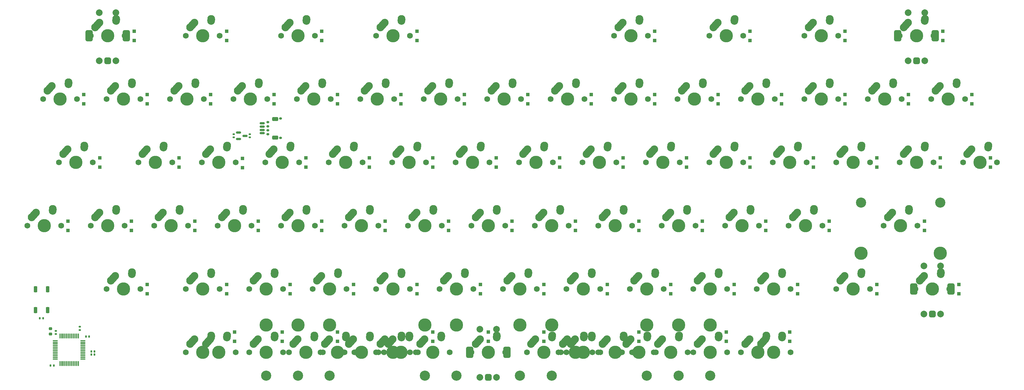
<source format=gbr>
%TF.GenerationSoftware,KiCad,Pcbnew,(7.0.0)*%
%TF.CreationDate,2024-01-04T19:15:55+01:00*%
%TF.ProjectId,HP 2621,48502032-3632-4312-9e6b-696361645f70,rev?*%
%TF.SameCoordinates,Original*%
%TF.FileFunction,Soldermask,Bot*%
%TF.FilePolarity,Negative*%
%FSLAX46Y46*%
G04 Gerber Fmt 4.6, Leading zero omitted, Abs format (unit mm)*
G04 Created by KiCad (PCBNEW (7.0.0)) date 2024-01-04 19:15:55*
%MOMM*%
%LPD*%
G01*
G04 APERTURE LIST*
G04 Aperture macros list*
%AMRoundRect*
0 Rectangle with rounded corners*
0 $1 Rounding radius*
0 $2 $3 $4 $5 $6 $7 $8 $9 X,Y pos of 4 corners*
0 Add a 4 corners polygon primitive as box body*
4,1,4,$2,$3,$4,$5,$6,$7,$8,$9,$2,$3,0*
0 Add four circle primitives for the rounded corners*
1,1,$1+$1,$2,$3*
1,1,$1+$1,$4,$5*
1,1,$1+$1,$6,$7*
1,1,$1+$1,$8,$9*
0 Add four rect primitives between the rounded corners*
20,1,$1+$1,$2,$3,$4,$5,0*
20,1,$1+$1,$4,$5,$6,$7,0*
20,1,$1+$1,$6,$7,$8,$9,0*
20,1,$1+$1,$8,$9,$2,$3,0*%
%AMHorizOval*
0 Thick line with rounded ends*
0 $1 width*
0 $2 $3 position (X,Y) of the first rounded end (center of the circle)*
0 $4 $5 position (X,Y) of the second rounded end (center of the circle)*
0 Add line between two ends*
20,1,$1,$2,$3,$4,$5,0*
0 Add two circle primitives to create the rounded ends*
1,1,$1,$2,$3*
1,1,$1,$4,$5*%
G04 Aperture macros list end*
%ADD10C,1.750000*%
%ADD11C,3.987800*%
%ADD12C,2.300000*%
%ADD13HorizOval,2.300000X-0.655144X-0.730170X0.655144X0.730170X0*%
%ADD14HorizOval,2.300000X0.019758X0.289827X-0.019758X-0.289827X0*%
%ADD15C,3.048000*%
%ADD16C,2.000000*%
%ADD17RoundRect,0.500000X0.500000X-0.500000X0.500000X0.500000X-0.500000X0.500000X-0.500000X-0.500000X0*%
%ADD18RoundRect,0.550000X0.550000X-1.150000X0.550000X1.150000X-0.550000X1.150000X-0.550000X-1.150000X0*%
%ADD19RoundRect,0.150000X-0.625000X0.150000X-0.625000X-0.150000X0.625000X-0.150000X0.625000X0.150000X0*%
%ADD20RoundRect,0.250000X-0.650000X0.350000X-0.650000X-0.350000X0.650000X-0.350000X0.650000X0.350000X0*%
%ADD21RoundRect,0.250000X0.300000X-0.300000X0.300000X0.300000X-0.300000X0.300000X-0.300000X-0.300000X0*%
%ADD22RoundRect,0.075000X0.662500X0.075000X-0.662500X0.075000X-0.662500X-0.075000X0.662500X-0.075000X0*%
%ADD23RoundRect,0.075000X0.075000X0.662500X-0.075000X0.662500X-0.075000X-0.662500X0.075000X-0.662500X0*%
%ADD24RoundRect,0.140000X0.170000X-0.140000X0.170000X0.140000X-0.170000X0.140000X-0.170000X-0.140000X0*%
%ADD25RoundRect,0.140000X-0.140000X-0.170000X0.140000X-0.170000X0.140000X0.170000X-0.140000X0.170000X0*%
%ADD26RoundRect,0.250000X-0.300000X0.300000X-0.300000X-0.300000X0.300000X-0.300000X0.300000X0.300000X0*%
%ADD27RoundRect,0.140000X0.140000X0.170000X-0.140000X0.170000X-0.140000X-0.170000X0.140000X-0.170000X0*%
%ADD28RoundRect,0.140000X-0.170000X0.140000X-0.170000X-0.140000X0.170000X-0.140000X0.170000X0.140000X0*%
%ADD29RoundRect,0.275000X0.275000X-0.625000X0.275000X0.625000X-0.275000X0.625000X-0.275000X-0.625000X0*%
%ADD30RoundRect,0.150000X-0.587500X-0.150000X0.587500X-0.150000X0.587500X0.150000X-0.587500X0.150000X0*%
%ADD31RoundRect,0.225000X0.250000X-0.225000X0.250000X0.225000X-0.250000X0.225000X-0.250000X-0.225000X0*%
%ADD32RoundRect,0.150000X-0.275000X0.150000X-0.275000X-0.150000X0.275000X-0.150000X0.275000X0.150000X0*%
%ADD33RoundRect,0.175000X-0.225000X0.175000X-0.225000X-0.175000X0.225000X-0.175000X0.225000X0.175000X0*%
%ADD34RoundRect,0.135000X-0.135000X-0.185000X0.135000X-0.185000X0.135000X0.185000X-0.135000X0.185000X0*%
G04 APERTURE END LIST*
D10*
%TO.C,MX66*%
X59213750Y-120650000D03*
D11*
X64293750Y-120650000D03*
D10*
X69373750Y-120650000D03*
D12*
X60483750Y-118110000D03*
D13*
X61138605Y-117380169D03*
D14*
X66813507Y-115860172D03*
D12*
X66833750Y-115570000D03*
%TD*%
D10*
%TO.C,MX6*%
X216376250Y-25400000D03*
D11*
X221456250Y-25400000D03*
D10*
X226536250Y-25400000D03*
D12*
X217646250Y-22860000D03*
D13*
X218301105Y-22130169D03*
D14*
X223976007Y-20610172D03*
D12*
X223996250Y-20320000D03*
%TD*%
D10*
%TO.C,MX35*%
X235426250Y-63500000D03*
D11*
X240506250Y-63500000D03*
D10*
X245586250Y-63500000D03*
D12*
X236696250Y-60960000D03*
D13*
X237351105Y-60230169D03*
D14*
X243026007Y-58710172D03*
D12*
X243046250Y-58420000D03*
%TD*%
D10*
%TO.C,MX19*%
X206851250Y-44450000D03*
D11*
X211931250Y-44450000D03*
D10*
X217011250Y-44450000D03*
D12*
X208121250Y-41910000D03*
D13*
X208776105Y-41180169D03*
D14*
X214451007Y-39660172D03*
D12*
X214471250Y-39370000D03*
%TD*%
D10*
%TO.C,MX81*%
X116363750Y-120650000D03*
D11*
X121443750Y-120650000D03*
D10*
X126523750Y-120650000D03*
D12*
X117633750Y-118110000D03*
D13*
X118288605Y-117380169D03*
D14*
X123963507Y-115860172D03*
D12*
X123983750Y-115570000D03*
%TD*%
D10*
%TO.C,MX47*%
X163988750Y-82550000D03*
D11*
X169068750Y-82550000D03*
D10*
X174148750Y-82550000D03*
D12*
X165258750Y-80010000D03*
D13*
X165913605Y-79280169D03*
D14*
X171588507Y-77760172D03*
D12*
X171608750Y-77470000D03*
%TD*%
D10*
%TO.C,MX37*%
X273526250Y-63500000D03*
D11*
X278606250Y-63500000D03*
D10*
X283686250Y-63500000D03*
D12*
X274796250Y-60960000D03*
D13*
X275451105Y-60230169D03*
D14*
X281126007Y-58710172D03*
D12*
X281146250Y-58420000D03*
%TD*%
D10*
%TO.C,MX73*%
X211613750Y-120650000D03*
D11*
X216693750Y-120650000D03*
D10*
X221773750Y-120650000D03*
D12*
X212883750Y-118110000D03*
D13*
X213538605Y-117380169D03*
D14*
X219213507Y-115860172D03*
D12*
X219233750Y-115570000D03*
%TD*%
D10*
%TO.C,MX5*%
X187801250Y-25400000D03*
D11*
X192881250Y-25400000D03*
D10*
X197961250Y-25400000D03*
D12*
X189071250Y-22860000D03*
D13*
X189726105Y-22130169D03*
D14*
X195401007Y-20610172D03*
D12*
X195421250Y-20320000D03*
%TD*%
D10*
%TO.C,MX28*%
X102076250Y-63500000D03*
D11*
X107156250Y-63500000D03*
D10*
X112236250Y-63500000D03*
D12*
X103346250Y-60960000D03*
D13*
X104001105Y-60230169D03*
D14*
X109676007Y-58710172D03*
D12*
X109696250Y-58420000D03*
%TD*%
D10*
%TO.C,MX75*%
X63976250Y-120650000D03*
D11*
X69056250Y-120650000D03*
D10*
X74136250Y-120650000D03*
D12*
X65246250Y-118110000D03*
D13*
X65901105Y-117380169D03*
D14*
X71576007Y-115860172D03*
D12*
X71596250Y-115570000D03*
%TD*%
D10*
%TO.C,MX33*%
X197326250Y-63500000D03*
D11*
X202406250Y-63500000D03*
D10*
X207486250Y-63500000D03*
D12*
X198596250Y-60960000D03*
D13*
X199251105Y-60230169D03*
D14*
X204926007Y-58710172D03*
D12*
X204946250Y-58420000D03*
%TD*%
D10*
%TO.C,MX49*%
X202088750Y-82550000D03*
D11*
X207168750Y-82550000D03*
D10*
X212248750Y-82550000D03*
D12*
X203358750Y-80010000D03*
D13*
X204013605Y-79280169D03*
D14*
X209688507Y-77760172D03*
D12*
X209708750Y-77470000D03*
%TD*%
D10*
%TO.C,MX34*%
X216376250Y-63500000D03*
D11*
X221456250Y-63500000D03*
D10*
X226536250Y-63500000D03*
D12*
X217646250Y-60960000D03*
D13*
X218301105Y-60230169D03*
D14*
X223976007Y-58710172D03*
D12*
X223996250Y-58420000D03*
%TD*%
D15*
%TO.C,S5*%
X140493750Y-127635000D03*
D11*
X140493750Y-112395000D03*
D15*
X102393750Y-127635000D03*
D11*
X102393750Y-112395000D03*
%TD*%
D10*
%TO.C,MX65*%
X278288750Y-101600000D03*
D11*
X283368750Y-101600000D03*
D10*
X288448750Y-101600000D03*
D12*
X279558750Y-99060000D03*
D13*
X280213605Y-98330169D03*
D14*
X285888507Y-96810172D03*
D12*
X285908750Y-96520000D03*
%TD*%
D15*
%TO.C,S6*%
X197643750Y-127635000D03*
D11*
X197643750Y-112395000D03*
D15*
X159543750Y-127635000D03*
D11*
X159543750Y-112395000D03*
%TD*%
D10*
%TO.C,MX50*%
X221138750Y-82550000D03*
D11*
X226218750Y-82550000D03*
D10*
X231298750Y-82550000D03*
D12*
X222408750Y-80010000D03*
D13*
X223063605Y-79280169D03*
D14*
X228738507Y-77760172D03*
D12*
X228758750Y-77470000D03*
%TD*%
D10*
%TO.C,MX56*%
X97313750Y-101600000D03*
D11*
X102393750Y-101600000D03*
D10*
X107473750Y-101600000D03*
D12*
X98583750Y-99060000D03*
D13*
X99238605Y-98330169D03*
D14*
X104913507Y-96810172D03*
D12*
X104933750Y-96520000D03*
%TD*%
D10*
%TO.C,MX38*%
X292576250Y-63500000D03*
D11*
X297656250Y-63500000D03*
D10*
X302736250Y-63500000D03*
D12*
X293846250Y-60960000D03*
D13*
X294501105Y-60230169D03*
D14*
X300176007Y-58710172D03*
D12*
X300196250Y-58420000D03*
%TD*%
D10*
%TO.C,MX4*%
X116363750Y-25400000D03*
D11*
X121443750Y-25400000D03*
D10*
X126523750Y-25400000D03*
D12*
X117633750Y-22860000D03*
D13*
X118288605Y-22130169D03*
D14*
X123963507Y-20610172D03*
D12*
X123983750Y-20320000D03*
%TD*%
D10*
%TO.C,MX72*%
X190182500Y-120650000D03*
D11*
X195262500Y-120650000D03*
D10*
X200342500Y-120650000D03*
D12*
X191452500Y-118110000D03*
D13*
X192107355Y-117380169D03*
D14*
X197782257Y-115860172D03*
D12*
X197802500Y-115570000D03*
%TD*%
D10*
%TO.C,MX63*%
X230663750Y-101600000D03*
D11*
X235743750Y-101600000D03*
D10*
X240823750Y-101600000D03*
D12*
X231933750Y-99060000D03*
D13*
X232588605Y-98330169D03*
D14*
X238263507Y-96810172D03*
D12*
X238283750Y-96520000D03*
%TD*%
D10*
%TO.C,MX64*%
X254476250Y-101600000D03*
D11*
X259556250Y-101600000D03*
D10*
X264636250Y-101600000D03*
D12*
X255746250Y-99060000D03*
D13*
X256401105Y-98330169D03*
D14*
X262076007Y-96810172D03*
D12*
X262096250Y-96520000D03*
%TD*%
D10*
%TO.C,MX57*%
X116363750Y-101600000D03*
D11*
X121443750Y-101600000D03*
D10*
X126523750Y-101600000D03*
D12*
X117633750Y-99060000D03*
D13*
X118288605Y-98330169D03*
D14*
X123963507Y-96810172D03*
D12*
X123983750Y-96520000D03*
%TD*%
D10*
%TO.C,MX44*%
X106838750Y-82550000D03*
D11*
X111918750Y-82550000D03*
D10*
X116998750Y-82550000D03*
D12*
X108108750Y-80010000D03*
D13*
X108763605Y-79280169D03*
D14*
X114438507Y-77760172D03*
D12*
X114458750Y-77470000D03*
%TD*%
D10*
%TO.C,MX12*%
X73501250Y-44450000D03*
D11*
X78581250Y-44450000D03*
D10*
X83661250Y-44450000D03*
D12*
X74771250Y-41910000D03*
D13*
X75426105Y-41180169D03*
D14*
X81101007Y-39660172D03*
D12*
X81121250Y-39370000D03*
%TD*%
D10*
%TO.C,MX24*%
X21113750Y-63500000D03*
D11*
X26193750Y-63500000D03*
D10*
X31273750Y-63500000D03*
D12*
X22383750Y-60960000D03*
D13*
X23038605Y-60230169D03*
D14*
X28713507Y-58710172D03*
D12*
X28733750Y-58420000D03*
%TD*%
D10*
%TO.C,MX62*%
X211613750Y-101600000D03*
D11*
X216693750Y-101600000D03*
D10*
X221773750Y-101600000D03*
D12*
X212883750Y-99060000D03*
D13*
X213538605Y-98330169D03*
D14*
X219213507Y-96810172D03*
D12*
X219233750Y-96520000D03*
%TD*%
D10*
%TO.C,MX9*%
X16351250Y-44450000D03*
D11*
X21431250Y-44450000D03*
D10*
X26511250Y-44450000D03*
D12*
X17621250Y-41910000D03*
D13*
X18276105Y-41180169D03*
D14*
X23951007Y-39660172D03*
D12*
X23971250Y-39370000D03*
%TD*%
D10*
%TO.C,MX22*%
X264001250Y-44450000D03*
D11*
X269081250Y-44450000D03*
D10*
X274161250Y-44450000D03*
D12*
X265271250Y-41910000D03*
D13*
X265926105Y-41180169D03*
D14*
X271601007Y-39660172D03*
D12*
X271621250Y-39370000D03*
%TD*%
D10*
%TO.C,MX26*%
X63976250Y-63500000D03*
D11*
X69056250Y-63500000D03*
D10*
X74136250Y-63500000D03*
D12*
X65246250Y-60960000D03*
D13*
X65901105Y-60230169D03*
D14*
X71576007Y-58710172D03*
D12*
X71596250Y-58420000D03*
%TD*%
D10*
%TO.C,MX61*%
X192563750Y-101600000D03*
D11*
X197643750Y-101600000D03*
D10*
X202723750Y-101600000D03*
D12*
X193833750Y-99060000D03*
D13*
X194488605Y-98330169D03*
D14*
X200163507Y-96810172D03*
D12*
X200183750Y-96520000D03*
%TD*%
D10*
%TO.C,MX53*%
X35401250Y-101600000D03*
D11*
X40481250Y-101600000D03*
D10*
X45561250Y-101600000D03*
D12*
X36671250Y-99060000D03*
D13*
X37326105Y-98330169D03*
D14*
X43001007Y-96810172D03*
D12*
X43021250Y-96520000D03*
%TD*%
D10*
%TO.C,MX16*%
X149701250Y-44450000D03*
D11*
X154781250Y-44450000D03*
D10*
X159861250Y-44450000D03*
D12*
X150971250Y-41910000D03*
D13*
X151626105Y-41180169D03*
D14*
X157301007Y-39660172D03*
D12*
X157321250Y-39370000D03*
%TD*%
D16*
%TO.C,SW4*%
X147518750Y-128150000D03*
X152518750Y-128150000D03*
D17*
X150018750Y-128150000D03*
D18*
X144418750Y-120650000D03*
X155618750Y-120650000D03*
D16*
X152518750Y-113650000D03*
X147518750Y-113650000D03*
%TD*%
D15*
%TO.C,S1*%
X216693750Y-127635000D03*
D11*
X216693750Y-112395000D03*
D15*
X207168750Y-127635000D03*
D11*
X207168750Y-112395000D03*
D15*
X92868750Y-127635000D03*
D11*
X92868750Y-112395000D03*
D15*
X83343750Y-127635000D03*
D11*
X83343750Y-112395000D03*
%TD*%
D10*
%TO.C,MX41*%
X49688750Y-82550000D03*
D11*
X54768750Y-82550000D03*
D10*
X59848750Y-82550000D03*
D12*
X50958750Y-80010000D03*
D13*
X51613605Y-79280169D03*
D14*
X57288507Y-77760172D03*
D12*
X57308750Y-77470000D03*
%TD*%
D10*
%TO.C,MX74*%
X230663750Y-120650000D03*
D11*
X235743750Y-120650000D03*
D10*
X240823750Y-120650000D03*
D12*
X231933750Y-118110000D03*
D13*
X232588605Y-117380169D03*
D14*
X238263507Y-115860172D03*
D12*
X238283750Y-115570000D03*
%TD*%
D10*
%TO.C,MX21*%
X244951250Y-44450000D03*
D11*
X250031250Y-44450000D03*
D10*
X255111250Y-44450000D03*
D12*
X246221250Y-41910000D03*
D13*
X246876105Y-41180169D03*
D14*
X252551007Y-39660172D03*
D12*
X252571250Y-39370000D03*
%TD*%
D10*
%TO.C,MX77*%
X90170000Y-120650000D03*
D11*
X95250000Y-120650000D03*
D10*
X100330000Y-120650000D03*
D12*
X91440000Y-118110000D03*
D13*
X92094855Y-117380169D03*
D14*
X97769757Y-115860172D03*
D12*
X97790000Y-115570000D03*
%TD*%
D10*
%TO.C,MX54*%
X59213750Y-101600000D03*
D11*
X64293750Y-101600000D03*
D10*
X69373750Y-101600000D03*
D12*
X60483750Y-99060000D03*
D13*
X61138605Y-98330169D03*
D14*
X66813507Y-96810172D03*
D12*
X66833750Y-96520000D03*
%TD*%
D10*
%TO.C,MX69*%
X128270000Y-120650000D03*
D11*
X133350000Y-120650000D03*
D10*
X138430000Y-120650000D03*
D12*
X129540000Y-118110000D03*
D13*
X130194855Y-117380169D03*
D14*
X135869757Y-115860172D03*
D12*
X135890000Y-115570000D03*
%TD*%
D10*
%TO.C,MX80*%
X171132500Y-120650000D03*
D11*
X176212500Y-120650000D03*
D10*
X181292500Y-120650000D03*
D12*
X172402500Y-118110000D03*
D13*
X173057355Y-117380169D03*
D14*
X178732257Y-115860172D03*
D12*
X178752500Y-115570000D03*
%TD*%
D10*
%TO.C,MX48*%
X183038750Y-82550000D03*
D11*
X188118750Y-82550000D03*
D10*
X193198750Y-82550000D03*
D12*
X184308750Y-80010000D03*
D13*
X184963605Y-79280169D03*
D14*
X190638507Y-77760172D03*
D12*
X190658750Y-77470000D03*
%TD*%
D10*
%TO.C,MX67*%
X78263750Y-120650000D03*
D11*
X83343750Y-120650000D03*
D10*
X88423750Y-120650000D03*
D12*
X79533750Y-118110000D03*
D13*
X80188605Y-117380169D03*
D14*
X85863507Y-115860172D03*
D12*
X85883750Y-115570000D03*
%TD*%
D10*
%TO.C,MX15*%
X130651250Y-44450000D03*
D11*
X135731250Y-44450000D03*
D10*
X140811250Y-44450000D03*
D12*
X131921250Y-41910000D03*
D13*
X132576105Y-41180169D03*
D14*
X138251007Y-39660172D03*
D12*
X138271250Y-39370000D03*
%TD*%
D10*
%TO.C,MX29*%
X121126250Y-63500000D03*
D11*
X126206250Y-63500000D03*
D10*
X131286250Y-63500000D03*
D12*
X122396250Y-60960000D03*
D13*
X123051105Y-60230169D03*
D14*
X128726007Y-58710172D03*
D12*
X128746250Y-58420000D03*
%TD*%
D16*
%TO.C,SW3*%
X280868750Y-109100000D03*
X285868750Y-109100000D03*
D17*
X283368750Y-109100000D03*
D18*
X277768750Y-101600000D03*
X288968750Y-101600000D03*
D16*
X285868750Y-94600000D03*
X280868750Y-94600000D03*
%TD*%
D15*
%TO.C,S8*%
X207168750Y-127635000D03*
D11*
X207168750Y-112395000D03*
D15*
X169068750Y-127635000D03*
D11*
X169068750Y-112395000D03*
%TD*%
D10*
%TO.C,MX13*%
X92551250Y-44450000D03*
D11*
X97631250Y-44450000D03*
D10*
X102711250Y-44450000D03*
D12*
X93821250Y-41910000D03*
D13*
X94476105Y-41180169D03*
D14*
X100151007Y-39660172D03*
D12*
X100171250Y-39370000D03*
%TD*%
D15*
%TO.C,S3*%
X197643750Y-127635000D03*
D11*
X197643750Y-112395000D03*
D15*
X102393750Y-127635000D03*
D11*
X102393750Y-112395000D03*
%TD*%
D10*
%TO.C,MX36*%
X254476250Y-63500000D03*
D11*
X259556250Y-63500000D03*
D10*
X264636250Y-63500000D03*
D12*
X255746250Y-60960000D03*
D13*
X256401105Y-60230169D03*
D14*
X262076007Y-58710172D03*
D12*
X262096250Y-58420000D03*
%TD*%
D10*
%TO.C,MX18*%
X187801250Y-44450000D03*
D11*
X192881250Y-44450000D03*
D10*
X197961250Y-44450000D03*
D12*
X189071250Y-41910000D03*
D13*
X189726105Y-41180169D03*
D14*
X195401007Y-39660172D03*
D12*
X195421250Y-39370000D03*
%TD*%
D10*
%TO.C,MX43*%
X87788750Y-82550000D03*
D11*
X92868750Y-82550000D03*
D10*
X97948750Y-82550000D03*
D12*
X89058750Y-80010000D03*
D13*
X89713605Y-79280169D03*
D14*
X95388507Y-77760172D03*
D12*
X95408750Y-77470000D03*
%TD*%
D10*
%TO.C,MX42*%
X68738750Y-82550000D03*
D11*
X73818750Y-82550000D03*
D10*
X78898750Y-82550000D03*
D12*
X70008750Y-80010000D03*
D13*
X70663605Y-79280169D03*
D14*
X76338507Y-77760172D03*
D12*
X76358750Y-77470000D03*
%TD*%
D10*
%TO.C,MX40*%
X30638750Y-82550000D03*
D11*
X35718750Y-82550000D03*
D10*
X40798750Y-82550000D03*
D12*
X31908750Y-80010000D03*
D13*
X32563605Y-79280169D03*
D14*
X38238507Y-77760172D03*
D12*
X38258750Y-77470000D03*
%TD*%
D10*
%TO.C,MX70*%
X144938750Y-120650000D03*
D11*
X150018750Y-120650000D03*
D10*
X155098750Y-120650000D03*
D12*
X146208750Y-118110000D03*
D13*
X146863605Y-117380169D03*
D14*
X152538507Y-115860172D03*
D12*
X152558750Y-115570000D03*
%TD*%
D10*
%TO.C,MX46*%
X144938750Y-82550000D03*
D11*
X150018750Y-82550000D03*
D10*
X155098750Y-82550000D03*
D12*
X146208750Y-80010000D03*
D13*
X146863605Y-79280169D03*
D14*
X152538507Y-77760172D03*
D12*
X152558750Y-77470000D03*
%TD*%
D10*
%TO.C,MX79*%
X118745000Y-120650000D03*
D11*
X123825000Y-120650000D03*
D10*
X128905000Y-120650000D03*
D12*
X120015000Y-118110000D03*
D13*
X120669855Y-117380169D03*
D14*
X126344757Y-115860172D03*
D12*
X126365000Y-115570000D03*
%TD*%
D10*
%TO.C,MX14*%
X111601250Y-44450000D03*
D11*
X116681250Y-44450000D03*
D10*
X121761250Y-44450000D03*
D12*
X112871250Y-41910000D03*
D13*
X113526105Y-41180169D03*
D14*
X119201007Y-39660172D03*
D12*
X119221250Y-39370000D03*
%TD*%
D10*
%TO.C,MX83*%
X173513750Y-120650000D03*
D11*
X178593750Y-120650000D03*
D10*
X183673750Y-120650000D03*
D12*
X174783750Y-118110000D03*
D13*
X175438605Y-117380169D03*
D14*
X181113507Y-115860172D03*
D12*
X181133750Y-115570000D03*
%TD*%
D10*
%TO.C,MX30*%
X140176250Y-63500000D03*
D11*
X145256250Y-63500000D03*
D10*
X150336250Y-63500000D03*
D12*
X141446250Y-60960000D03*
D13*
X142101105Y-60230169D03*
D14*
X147776007Y-58710172D03*
D12*
X147796250Y-58420000D03*
%TD*%
D10*
%TO.C,MX58*%
X135413750Y-101600000D03*
D11*
X140493750Y-101600000D03*
D10*
X145573750Y-101600000D03*
D12*
X136683750Y-99060000D03*
D13*
X137338605Y-98330169D03*
D14*
X143013507Y-96810172D03*
D12*
X143033750Y-96520000D03*
%TD*%
D10*
%TO.C,MX84*%
X183038750Y-120650000D03*
D11*
X188118750Y-120650000D03*
D10*
X193198750Y-120650000D03*
D12*
X184308750Y-118110000D03*
D13*
X184963605Y-117380169D03*
D14*
X190638507Y-115860172D03*
D12*
X190658750Y-115570000D03*
%TD*%
D10*
%TO.C,MX82*%
X106838750Y-120650000D03*
D11*
X111918750Y-120650000D03*
D10*
X116998750Y-120650000D03*
D12*
X108108750Y-118110000D03*
D13*
X108763605Y-117380169D03*
D14*
X114438507Y-115860172D03*
D12*
X114458750Y-115570000D03*
%TD*%
D10*
%TO.C,MX71*%
X161607500Y-120650000D03*
D11*
X166687500Y-120650000D03*
D10*
X171767500Y-120650000D03*
D12*
X162877500Y-118110000D03*
D13*
X163532355Y-117380169D03*
D14*
X169207257Y-115860172D03*
D12*
X169227500Y-115570000D03*
%TD*%
D10*
%TO.C,MX27*%
X83026250Y-63500000D03*
D11*
X88106250Y-63500000D03*
D10*
X93186250Y-63500000D03*
D12*
X84296250Y-60960000D03*
D13*
X84951105Y-60230169D03*
D14*
X90626007Y-58710172D03*
D12*
X90646250Y-58420000D03*
%TD*%
D10*
%TO.C,MX78*%
X199707500Y-120650000D03*
D11*
X204787500Y-120650000D03*
D10*
X209867500Y-120650000D03*
D12*
X200977500Y-118110000D03*
D13*
X201632355Y-117380169D03*
D14*
X207307257Y-115860172D03*
D12*
X207327500Y-115570000D03*
%TD*%
D10*
%TO.C,MX11*%
X54451250Y-44450000D03*
D11*
X59531250Y-44450000D03*
D10*
X64611250Y-44450000D03*
D12*
X55721250Y-41910000D03*
D13*
X56376105Y-41180169D03*
D14*
X62051007Y-39660172D03*
D12*
X62071250Y-39370000D03*
%TD*%
D10*
%TO.C,MX52*%
X268763750Y-82550000D03*
D11*
X273843750Y-82550000D03*
D10*
X278923750Y-82550000D03*
D12*
X270033750Y-80010000D03*
D13*
X270688605Y-79280169D03*
D14*
X276363507Y-77760172D03*
D12*
X276383750Y-77470000D03*
%TD*%
D10*
%TO.C,MX17*%
X168751250Y-44450000D03*
D11*
X173831250Y-44450000D03*
D10*
X178911250Y-44450000D03*
D12*
X170021250Y-41910000D03*
D13*
X170676105Y-41180169D03*
D14*
X176351007Y-39660172D03*
D12*
X176371250Y-39370000D03*
%TD*%
D10*
%TO.C,MX3*%
X87788750Y-25400000D03*
D11*
X92868750Y-25400000D03*
D10*
X97948750Y-25400000D03*
D12*
X89058750Y-22860000D03*
D13*
X89713605Y-22130169D03*
D14*
X95388507Y-20610172D03*
D12*
X95408750Y-20320000D03*
%TD*%
D10*
%TO.C,MX10*%
X35401250Y-44450000D03*
D11*
X40481250Y-44450000D03*
D10*
X45561250Y-44450000D03*
D12*
X36671250Y-41910000D03*
D13*
X37326105Y-41180169D03*
D14*
X43001007Y-39660172D03*
D12*
X43021250Y-39370000D03*
%TD*%
D10*
%TO.C,MX20*%
X225901250Y-44450000D03*
D11*
X230981250Y-44450000D03*
D10*
X236061250Y-44450000D03*
D12*
X227171250Y-41910000D03*
D13*
X227826105Y-41180169D03*
D14*
X233501007Y-39660172D03*
D12*
X233521250Y-39370000D03*
%TD*%
D16*
%TO.C,SW2*%
X276106250Y-32900000D03*
X281106250Y-32900000D03*
D17*
X278606250Y-32900000D03*
D18*
X273006250Y-25400000D03*
X284206250Y-25400000D03*
D16*
X281106250Y-18400000D03*
X276106250Y-18400000D03*
%TD*%
D10*
%TO.C,MX7*%
X244951250Y-25400000D03*
D11*
X250031250Y-25400000D03*
D10*
X255111250Y-25400000D03*
D12*
X246221250Y-22860000D03*
D13*
X246876105Y-22130169D03*
D14*
X252551007Y-20610172D03*
D12*
X252571250Y-20320000D03*
%TD*%
D10*
%TO.C,MX45*%
X125888750Y-82550000D03*
D11*
X130968750Y-82550000D03*
D10*
X136048750Y-82550000D03*
D12*
X127158750Y-80010000D03*
D13*
X127813605Y-79280169D03*
D14*
X133488507Y-77760172D03*
D12*
X133508750Y-77470000D03*
%TD*%
D10*
%TO.C,MX25*%
X44926250Y-63500000D03*
D11*
X50006250Y-63500000D03*
D10*
X55086250Y-63500000D03*
D12*
X46196250Y-60960000D03*
D13*
X46851105Y-60230169D03*
D14*
X52526007Y-58710172D03*
D12*
X52546250Y-58420000D03*
%TD*%
D10*
%TO.C,MX60*%
X173513750Y-101600000D03*
D11*
X178593750Y-101600000D03*
D10*
X183673750Y-101600000D03*
D12*
X174783750Y-99060000D03*
D13*
X175438605Y-98330169D03*
D14*
X181113507Y-96810172D03*
D12*
X181133750Y-96520000D03*
%TD*%
D10*
%TO.C,MX8*%
X273526250Y-25400000D03*
D11*
X278606250Y-25400000D03*
D10*
X283686250Y-25400000D03*
D12*
X274796250Y-22860000D03*
D13*
X275451105Y-22130169D03*
D14*
X281126007Y-20610172D03*
D12*
X281146250Y-20320000D03*
%TD*%
D10*
%TO.C,MX39*%
X11588750Y-82550000D03*
D11*
X16668750Y-82550000D03*
D10*
X21748750Y-82550000D03*
D12*
X12858750Y-80010000D03*
D13*
X13513605Y-79280169D03*
D14*
X19188507Y-77760172D03*
D12*
X19208750Y-77470000D03*
%TD*%
D10*
%TO.C,MX23*%
X283051250Y-44450000D03*
D11*
X288131250Y-44450000D03*
D10*
X293211250Y-44450000D03*
D12*
X284321250Y-41910000D03*
D13*
X284976105Y-41180169D03*
D14*
X290651007Y-39660172D03*
D12*
X290671250Y-39370000D03*
%TD*%
D10*
%TO.C,MX59*%
X154463750Y-101600000D03*
D11*
X159543750Y-101600000D03*
D10*
X164623750Y-101600000D03*
D12*
X155733750Y-99060000D03*
D13*
X156388605Y-98330169D03*
D14*
X162063507Y-96810172D03*
D12*
X162083750Y-96520000D03*
%TD*%
D10*
%TO.C,MX1*%
X30638750Y-25400000D03*
D11*
X35718750Y-25400000D03*
D10*
X40798750Y-25400000D03*
D12*
X31908750Y-22860000D03*
D13*
X32563605Y-22130169D03*
D14*
X38238507Y-20610172D03*
D12*
X38258750Y-20320000D03*
%TD*%
D10*
%TO.C,MX76*%
X225901250Y-120650000D03*
D11*
X230981250Y-120650000D03*
D10*
X236061250Y-120650000D03*
D12*
X227171250Y-118110000D03*
D13*
X227826105Y-117380169D03*
D14*
X233501007Y-115860172D03*
D12*
X233521250Y-115570000D03*
%TD*%
D15*
%TO.C,S7*%
X130968750Y-127635000D03*
D11*
X130968750Y-112395000D03*
D15*
X92868750Y-127635000D03*
D11*
X92868750Y-112395000D03*
%TD*%
D10*
%TO.C,MX32*%
X178276250Y-63500000D03*
D11*
X183356250Y-63500000D03*
D10*
X188436250Y-63500000D03*
D12*
X179546250Y-60960000D03*
D13*
X180201105Y-60230169D03*
D14*
X185876007Y-58710172D03*
D12*
X185896250Y-58420000D03*
%TD*%
D15*
%TO.C,S9*%
X261937500Y-75565000D03*
D11*
X261937500Y-90805000D03*
D15*
X285750000Y-75565000D03*
D11*
X285750000Y-90805000D03*
%TD*%
D10*
%TO.C,MX68*%
X99695000Y-120650000D03*
D11*
X104775000Y-120650000D03*
D10*
X109855000Y-120650000D03*
D12*
X100965000Y-118110000D03*
D13*
X101619855Y-117380169D03*
D14*
X107294757Y-115860172D03*
D12*
X107315000Y-115570000D03*
%TD*%
D10*
%TO.C,MX31*%
X159226250Y-63500000D03*
D11*
X164306250Y-63500000D03*
D10*
X169386250Y-63500000D03*
D12*
X160496250Y-60960000D03*
D13*
X161151105Y-60230169D03*
D14*
X166826007Y-58710172D03*
D12*
X166846250Y-58420000D03*
%TD*%
D10*
%TO.C,MX51*%
X240188750Y-82550000D03*
D11*
X245268750Y-82550000D03*
D10*
X250348750Y-82550000D03*
D12*
X241458750Y-80010000D03*
D13*
X242113605Y-79280169D03*
D14*
X247788507Y-77760172D03*
D12*
X247808750Y-77470000D03*
%TD*%
D16*
%TO.C,SW1*%
X33218750Y-32900000D03*
X38218750Y-32900000D03*
D17*
X35718750Y-32900000D03*
D18*
X30118750Y-25400000D03*
X41318750Y-25400000D03*
D16*
X38218750Y-18400000D03*
X33218750Y-18400000D03*
%TD*%
D10*
%TO.C,MX55*%
X78263750Y-101600000D03*
D11*
X83343750Y-101600000D03*
D10*
X88423750Y-101600000D03*
D12*
X79533750Y-99060000D03*
D13*
X80188605Y-98330169D03*
D14*
X85863507Y-96810172D03*
D12*
X85883750Y-96520000D03*
%TD*%
D10*
%TO.C,MX2*%
X59213750Y-25400000D03*
D11*
X64293750Y-25400000D03*
D10*
X69373750Y-25400000D03*
D12*
X60483750Y-22860000D03*
D13*
X61138605Y-22130169D03*
D14*
X66813507Y-20610172D03*
D12*
X66833750Y-20320000D03*
%TD*%
D19*
%TO.C,J1*%
X82137500Y-51681250D03*
X82137500Y-52681250D03*
X82137500Y-53681250D03*
X82137500Y-54681250D03*
D20*
X86012500Y-50381250D03*
X86012500Y-55981250D03*
%TD*%
D21*
%TO.C,D29*%
X133350000Y-64900000D03*
X133350000Y-62100000D03*
%TD*%
%TO.C,D60*%
X185737500Y-103000000D03*
X185737500Y-100200000D03*
%TD*%
D22*
%TO.C,U2*%
X28306250Y-117106250D03*
X28306250Y-117606250D03*
X28306250Y-118106250D03*
X28306250Y-118606250D03*
X28306250Y-119106250D03*
X28306250Y-119606250D03*
X28306250Y-120106250D03*
X28306250Y-120606250D03*
X28306250Y-121106250D03*
X28306250Y-121606250D03*
X28306250Y-122106250D03*
X28306250Y-122606250D03*
D23*
X26893750Y-124018750D03*
X26393750Y-124018750D03*
X25893750Y-124018750D03*
X25393750Y-124018750D03*
X24893750Y-124018750D03*
X24393750Y-124018750D03*
X23893750Y-124018750D03*
X23393750Y-124018750D03*
X22893750Y-124018750D03*
X22393750Y-124018750D03*
X21893750Y-124018750D03*
X21393750Y-124018750D03*
D22*
X19981250Y-122606250D03*
X19981250Y-122106250D03*
X19981250Y-121606250D03*
X19981250Y-121106250D03*
X19981250Y-120606250D03*
X19981250Y-120106250D03*
X19981250Y-119606250D03*
X19981250Y-119106250D03*
X19981250Y-118606250D03*
X19981250Y-118106250D03*
X19981250Y-117606250D03*
X19981250Y-117106250D03*
D23*
X21393750Y-115693750D03*
X21893750Y-115693750D03*
X22393750Y-115693750D03*
X22893750Y-115693750D03*
X23393750Y-115693750D03*
X23893750Y-115693750D03*
X24393750Y-115693750D03*
X24893750Y-115693750D03*
X25393750Y-115693750D03*
X25893750Y-115693750D03*
X26393750Y-115693750D03*
X26893750Y-115693750D03*
%TD*%
D21*
%TO.C,D27*%
X95250000Y-64900000D03*
X95250000Y-62100000D03*
%TD*%
%TO.C,D8*%
X286543750Y-26800000D03*
X286543750Y-24000000D03*
%TD*%
D24*
%TO.C,C5*%
X20175000Y-115093750D03*
X20175000Y-114133750D03*
%TD*%
D21*
%TO.C,D10*%
X47625000Y-45850000D03*
X47625000Y-43050000D03*
%TD*%
%TO.C,D37*%
X285750000Y-64900000D03*
X285750000Y-62100000D03*
%TD*%
D25*
%TO.C,C7*%
X30807500Y-120313728D03*
X31767500Y-120313728D03*
%TD*%
D21*
%TO.C,D61*%
X204787500Y-103000000D03*
X204787500Y-100200000D03*
%TD*%
%TO.C,D30*%
X152400000Y-64900000D03*
X152400000Y-62100000D03*
%TD*%
%TO.C,D65*%
X291306250Y-103000000D03*
X291306250Y-100200000D03*
%TD*%
D24*
%TO.C,C9*%
X73606237Y-55952595D03*
X73606237Y-54992595D03*
%TD*%
D26*
%TO.C,D72*%
X195262500Y-114487500D03*
X195262500Y-117287500D03*
%TD*%
D21*
%TO.C,D42*%
X80962500Y-83950000D03*
X80962500Y-81150000D03*
%TD*%
%TO.C,D13*%
X104775000Y-45850000D03*
X104775000Y-43050000D03*
%TD*%
D26*
%TO.C,D71*%
X166687500Y-114487500D03*
X166687500Y-117287500D03*
%TD*%
D21*
%TO.C,D28*%
X114300000Y-64900000D03*
X114300000Y-62100000D03*
%TD*%
%TO.C,D62*%
X223837500Y-103000000D03*
X223837500Y-100200000D03*
%TD*%
%TO.C,D43*%
X100012500Y-83950000D03*
X100012500Y-81150000D03*
%TD*%
%TO.C,D31*%
X171450000Y-64900000D03*
X171450000Y-62100000D03*
%TD*%
%TO.C,D17*%
X180975000Y-45850000D03*
X180975000Y-43050000D03*
%TD*%
%TO.C,D3*%
X100012500Y-26800000D03*
X100012500Y-24000000D03*
%TD*%
%TO.C,D39*%
X23812500Y-83950000D03*
X23812500Y-81150000D03*
%TD*%
D27*
%TO.C,C4*%
X19547500Y-124618750D03*
X18587500Y-124618750D03*
%TD*%
D21*
%TO.C,D54*%
X71437500Y-103000000D03*
X71437500Y-100200000D03*
%TD*%
%TO.C,D6*%
X228600000Y-26800000D03*
X228600000Y-24000000D03*
%TD*%
D24*
%TO.C,C1*%
X27318750Y-113890483D03*
X27318750Y-112930483D03*
%TD*%
D21*
%TO.C,D22*%
X276225000Y-45850000D03*
X276225000Y-43050000D03*
%TD*%
%TO.C,D14*%
X123825000Y-45850000D03*
X123825000Y-43050000D03*
%TD*%
%TO.C,D11*%
X66675000Y-45850000D03*
X66675000Y-43050000D03*
%TD*%
%TO.C,D40*%
X42862500Y-83950000D03*
X42862500Y-81150000D03*
%TD*%
%TO.C,D15*%
X142875000Y-45850000D03*
X142875000Y-43050000D03*
%TD*%
%TO.C,D18*%
X200025000Y-45850000D03*
X200025000Y-43050000D03*
%TD*%
D26*
%TO.C,D67*%
X88106250Y-114487500D03*
X88106250Y-117287500D03*
%TD*%
D25*
%TO.C,C3*%
X30812236Y-121289389D03*
X31772236Y-121289389D03*
%TD*%
D21*
%TO.C,D25*%
X57150000Y-64900000D03*
X57150000Y-62100000D03*
%TD*%
%TO.C,D16*%
X161925000Y-45850000D03*
X161925000Y-43050000D03*
%TD*%
D26*
%TO.C,D69*%
X133350000Y-114487500D03*
X133350000Y-117287500D03*
%TD*%
%TO.C,D70*%
X150018750Y-114487500D03*
X150018750Y-117287500D03*
%TD*%
D21*
%TO.C,D7*%
X257175000Y-26800000D03*
X257175000Y-24000000D03*
%TD*%
%TO.C,D63*%
X242887500Y-103000000D03*
X242887500Y-100200000D03*
%TD*%
%TO.C,D5*%
X200025000Y-26800000D03*
X200025000Y-24000000D03*
%TD*%
%TO.C,D24*%
X33337500Y-64900000D03*
X33337500Y-62100000D03*
%TD*%
D28*
%TO.C,C8*%
X78368737Y-54992595D03*
X78368737Y-55952595D03*
%TD*%
D21*
%TO.C,D45*%
X138112500Y-83950000D03*
X138112500Y-81150000D03*
%TD*%
D29*
%TO.C,SW5*%
X17725000Y-107875000D03*
X17725000Y-101675000D03*
X14025000Y-107875000D03*
X14025000Y-101675000D03*
%TD*%
D26*
%TO.C,D68*%
X104775000Y-114487500D03*
X104775000Y-117287500D03*
%TD*%
D25*
%TO.C,C2*%
X29220000Y-115887500D03*
X30180000Y-115887500D03*
%TD*%
D21*
%TO.C,D33*%
X209550000Y-64900000D03*
X209550000Y-62100000D03*
%TD*%
%TO.C,D53*%
X47625000Y-103000000D03*
X47625000Y-100200000D03*
%TD*%
%TO.C,D46*%
X157162500Y-83950000D03*
X157162500Y-81150000D03*
%TD*%
%TO.C,D34*%
X228600000Y-64900000D03*
X228600000Y-62100000D03*
%TD*%
D26*
%TO.C,D73*%
X221456250Y-114487500D03*
X221456250Y-117287500D03*
%TD*%
D21*
%TO.C,D59*%
X166687500Y-103000000D03*
X166687500Y-100200000D03*
%TD*%
%TO.C,D58*%
X147637500Y-103000000D03*
X147637500Y-100200000D03*
%TD*%
%TO.C,D55*%
X90487500Y-103000000D03*
X90487500Y-100200000D03*
%TD*%
%TO.C,D56*%
X109537500Y-103000000D03*
X109537500Y-100200000D03*
%TD*%
D30*
%TO.C,U1*%
X75049987Y-56422595D03*
X75049987Y-54522595D03*
X76924987Y-55472595D03*
%TD*%
D21*
%TO.C,D50*%
X233362500Y-83950000D03*
X233362500Y-81150000D03*
%TD*%
D31*
%TO.C,C6*%
X18587500Y-115075000D03*
X18587500Y-113525000D03*
%TD*%
D21*
%TO.C,D1*%
X43656250Y-26800000D03*
X43656250Y-24000000D03*
%TD*%
%TO.C,D36*%
X266700000Y-64900000D03*
X266700000Y-62100000D03*
%TD*%
%TO.C,D9*%
X28575000Y-45850000D03*
X28575000Y-43050000D03*
%TD*%
%TO.C,D44*%
X119062500Y-83950000D03*
X119062500Y-81150000D03*
%TD*%
%TO.C,D52*%
X280987500Y-83950000D03*
X280987500Y-81150000D03*
%TD*%
D32*
%TO.C,J2*%
X83850000Y-51381250D03*
X83850000Y-52581250D03*
X83850000Y-53781250D03*
X83850000Y-54981250D03*
D33*
X87625000Y-50231250D03*
X87625000Y-56131250D03*
%TD*%
D26*
%TO.C,D66*%
X73818750Y-114487500D03*
X73818750Y-117287500D03*
%TD*%
D21*
%TO.C,D12*%
X85725000Y-45850000D03*
X85725000Y-43050000D03*
%TD*%
%TO.C,D64*%
X266700000Y-103000000D03*
X266700000Y-100200000D03*
%TD*%
%TO.C,D35*%
X247650000Y-64900000D03*
X247650000Y-62100000D03*
%TD*%
%TO.C,D51*%
X252412500Y-83950000D03*
X252412500Y-81150000D03*
%TD*%
%TO.C,D41*%
X61912500Y-83950000D03*
X61912500Y-81150000D03*
%TD*%
%TO.C,D47*%
X176212500Y-83950000D03*
X176212500Y-81150000D03*
%TD*%
%TO.C,D4*%
X128587500Y-26800000D03*
X128587500Y-24000000D03*
%TD*%
D26*
%TO.C,D74*%
X240506250Y-114487500D03*
X240506250Y-117287500D03*
%TD*%
D21*
%TO.C,D26*%
X76200000Y-65087500D03*
X76200000Y-62287500D03*
%TD*%
%TO.C,D32*%
X190500000Y-64900000D03*
X190500000Y-62100000D03*
%TD*%
%TO.C,D21*%
X257175000Y-45850000D03*
X257175000Y-43050000D03*
%TD*%
%TO.C,D48*%
X195262500Y-83950000D03*
X195262500Y-81150000D03*
%TD*%
%TO.C,D38*%
X300831250Y-64900000D03*
X300831250Y-62100000D03*
%TD*%
%TO.C,D23*%
X295275000Y-45850000D03*
X295275000Y-43050000D03*
%TD*%
%TO.C,D2*%
X71437500Y-26800000D03*
X71437500Y-24000000D03*
%TD*%
%TO.C,D57*%
X128587500Y-103000000D03*
X128587500Y-100200000D03*
%TD*%
%TO.C,D20*%
X238125000Y-45850000D03*
X238125000Y-43050000D03*
%TD*%
D34*
%TO.C,R1*%
X15365000Y-110331250D03*
X16385000Y-110331250D03*
%TD*%
D21*
%TO.C,D19*%
X219075000Y-45850000D03*
X219075000Y-43050000D03*
%TD*%
%TO.C,D49*%
X214312500Y-83950000D03*
X214312500Y-81150000D03*
%TD*%
M02*

</source>
